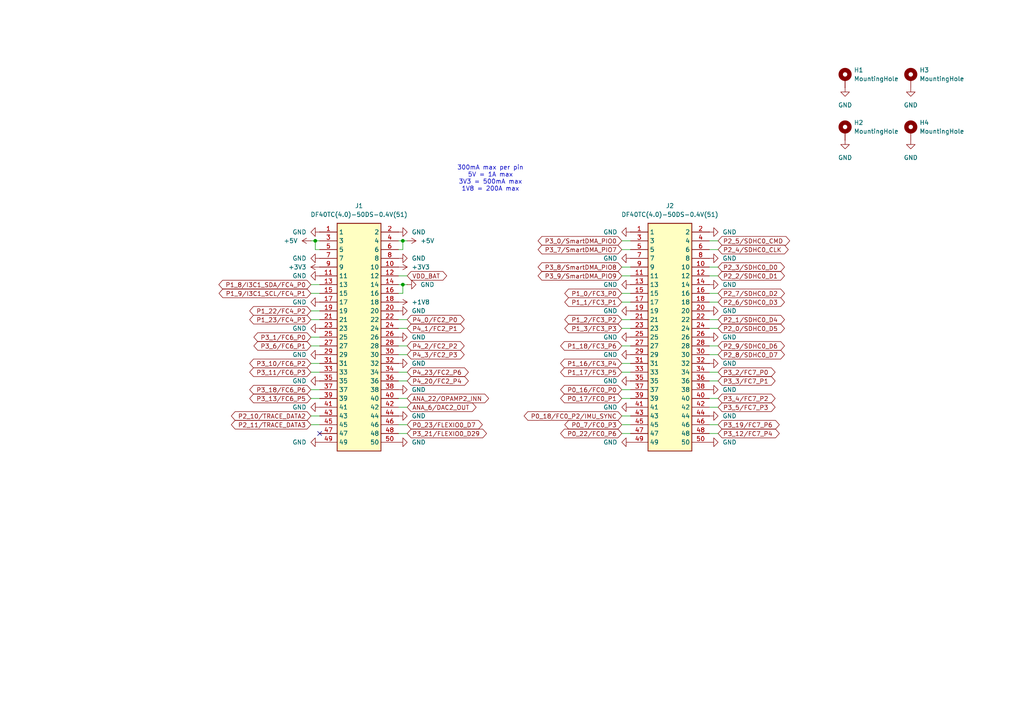
<source format=kicad_sch>
(kicad_sch (version 20231120) (generator "eeschema") (generator_version "8.0")
  (paper "A4")
  (title_block (title "MR-MCXN-T1 Optical Flow") (date "2025-04-16") (rev "X0") (company "NXP SEMICONDUCTORS B.V.") (comment 1 "CLASSIFICATION: INTERNAL USE ONLY") (comment 3 "DESIGNER: YOURI TILS") (comment 4 "CTO SYSTEM INNOVATIONS / MOBILE ROBOTICS DOMAIN"))
  (lib_symbols
    (symbol "Connectors:DF40TC(4.0)-50DS-0.4V(51)"
      (property "Reference" "J" (at 1.016 7.874 0))
      (property "Value" "DF40TC(4.0)-50DS-0.4V(51)" (at 1.016 5.334 0))
      (symbol "DF40TC(4.0)-50DS-0.4V(51)_1_1"
        (rectangle (start 5.08 2.54) (end 17.78 -63.5) (stroke (width 0.254)) (fill (type background)))
        (pin passive line (at 0 0 0) (length 5.08) (name "1") (number "1"))
        (pin passive line (at 22.86 -10.16 180) (length 5.08) (name "10") (number "10"))
        (pin passive line (at 0 -12.7 0) (length 5.08) (name "11") (number "11"))
        (pin passive line (at 22.86 -12.7 180) (length 5.08) (name "12") (number "12"))
        (pin passive line (at 0 -15.24 0) (length 5.08) (name "13") (number "13"))
        (pin passive line (at 22.86 -15.24 180) (length 5.08) (name "14") (number "14"))
        (pin passive line (at 0 -17.78 0) (length 5.08) (name "15") (number "15"))
        (pin passive line (at 22.86 -17.78 180) (length 5.08) (name "16") (number "16"))
        (pin passive line (at 0 -20.32 0) (length 5.08) (name "17") (number "17"))
        (pin passive line (at 22.86 -20.32 180) (length 5.08) (name "18") (number "18"))
        (pin passive line (at 0 -22.86 0) (length 5.08) (name "19") (number "19"))
        (pin passive line (at 22.86 0 180) (length 5.08) (name "2") (number "2"))
        (pin passive line (at 22.86 -22.86 180) (length 5.08) (name "20") (number "20"))
        (pin passive line (at 0 -25.4 0) (length 5.08) (name "21") (number "21"))
        (pin passive line (at 22.86 -25.4 180) (length 5.08) (name "22") (number "22"))
        (pin passive line (at 0 -27.94 0) (length 5.08) (name "23") (number "23"))
        (pin passive line (at 22.86 -27.94 180) (length 5.08) (name "24") (number "24"))
        (pin passive line (at 0 -30.48 0) (length 5.08) (name "25") (number "25"))
        (pin passive line (at 22.86 -30.48 180) (length 5.08) (name "26") (number "26"))
        (pin passive line (at 0 -33.02 0) (length 5.08) (name "27") (number "27"))
        (pin passive line (at 22.86 -33.02 180) (length 5.08) (name "28") (number "28"))
        (pin passive line (at 0 -35.56 0) (length 5.08) (name "29") (number "29"))
        (pin passive line (at 0 -2.54 0) (length 5.08) (name "3") (number "3"))
        (pin passive line (at 22.86 -35.56 180) (length 5.08) (name "30") (number "30"))
        (pin passive line (at 0 -38.1 0) (length 5.08) (name "31") (number "31"))
        (pin passive line (at 22.86 -38.1 180) (length 5.08) (name "32") (number "32"))
        (pin passive line (at 0 -40.64 0) (length 5.08) (name "33") (number "33"))
        (pin passive line (at 22.86 -40.64 180) (length 5.08) (name "34") (number "34"))
        (pin passive line (at 0 -43.18 0) (length 5.08) (name "35") (number "35"))
        (pin passive line (at 22.86 -43.18 180) (length 5.08) (name "36") (number "36"))
        (pin passive line (at 0 -45.72 0) (length 5.08) (name "37") (number "37"))
        (pin passive line (at 22.86 -45.72 180) (length 5.08) (name "38") (number "38"))
        (pin passive line (at 0 -48.26 0) (length 5.08) (name "39") (number "39"))
        (pin passive line (at 22.86 -2.54 180) (length 5.08) (name "4") (number "4"))
        (pin passive line (at 22.86 -48.26 180) (length 5.08) (name "40") (number "40"))
        (pin passive line (at 0 -50.8 0) (length 5.08) (name "41") (number "41"))
        (pin passive line (at 22.86 -50.8 180) (length 5.08) (name "42") (number "42"))
        (pin passive line (at 0 -53.34 0) (length 5.08) (name "43") (number "43"))
        (pin passive line (at 22.86 -53.34 180) (length 5.08) (name "44") (number "44"))
        (pin passive line (at 0 -55.88 0) (length 5.08) (name "45") (number "45"))
        (pin passive line (at 22.86 -55.88 180) (length 5.08) (name "46") (number "46"))
        (pin passive line (at 0 -58.42 0) (length 5.08) (name "47") (number "47"))
        (pin passive line (at 22.86 -58.42 180) (length 5.08) (name "48") (number "48"))
        (pin passive line (at 0 -60.96 0) (length 5.08) (name "49") (number "49"))
        (pin passive line (at 0 -5.08 0) (length 5.08) (name "5") (number "5"))
        (pin passive line (at 22.86 -60.96 180) (length 5.08) (name "50") (number "50"))
        (pin passive line (at 22.86 -5.08 180) (length 5.08) (name "6") (number "6"))
        (pin passive line (at 0 -7.62 0) (length 5.08) (name "7") (number "7"))
        (pin passive line (at 22.86 -7.62 180) (length 5.08) (name "8") (number "8"))
        (pin passive line (at 0 -10.16 0) (length 5.08) (name "9") (number "9"))
      )
    )
    (symbol "Mechanical:MountingHole_Pad" (pin_numbers hide) (pin_names (offset 1.016) hide) (exclude_from_sim yes) (in_bom no)
      (property "Reference" "H" (at 0 6.35 0))
      (property "Value" "MountingHole_Pad" (at 0 4.445 0))
      (symbol "MountingHole_Pad_0_1"
        (circle (center 0 1.27) (radius 1.27) (stroke (width 1.27)))
      )
      (symbol "MountingHole_Pad_1_1"
        (pin input line (at 0 -2.54 90) (length 2.54) (name "1") (number "1"))
      )
    )
    (symbol "power:+1V8" (power) (pin_numbers hide) (pin_names (offset 0) hide)
      (property "Value" "+1V8" (at 0 3.556 0))
      (symbol "+1V8_0_1"
        (polyline (pts (xy -0.762 1.27) (xy 0 2.54)))
        (polyline (pts (xy 0 0) (xy 0 2.54)))
        (polyline (pts (xy 0 2.54) (xy 0.762 1.27)))
      )
      (symbol "+1V8_1_1"
        (pin power_in line (at 0 0 90) (length 0) (name "~") (number "1"))
      )
    )
    (symbol "power:+3V3" (power) (pin_numbers hide) (pin_names (offset 0) hide)
      (property "Value" "+3V3" (at 0 3.556 0))
      (symbol "+3V3_0_1"
        (polyline (pts (xy -0.762 1.27) (xy 0 2.54)))
        (polyline (pts (xy 0 0) (xy 0 2.54)))
        (polyline (pts (xy 0 2.54) (xy 0.762 1.27)))
      )
      (symbol "+3V3_1_1"
        (pin power_in line (at 0 0 90) (length 0) (name "~") (number "1"))
      )
    )
    (symbol "power:+5V" (power) (pin_numbers hide) (pin_names (offset 0) hide)
      (property "Value" "+5V" (at 0 3.556 0))
      (symbol "+5V_0_1"
        (polyline (pts (xy -0.762 1.27) (xy 0 2.54)))
        (polyline (pts (xy 0 0) (xy 0 2.54)))
        (polyline (pts (xy 0 2.54) (xy 0.762 1.27)))
      )
      (symbol "+5V_1_1"
        (pin power_in line (at 0 0 90) (length 0) (name "~") (number "1"))
      )
    )
    (symbol "power:GND" (power) (pin_numbers hide) (pin_names (offset 0) hide)
      (property "Value" "GND" (at 0 -3.81 0))
      (symbol "GND_0_1"
        (polyline (pts (xy 0 0) (xy 0 -1.27) (xy 1.27 -1.27) (xy 0 -2.54) (xy -1.27 -1.27) (xy 0 -1.27)))
      )
      (symbol "GND_1_1"
        (pin power_in line (at 0 0 270) (length 0) (name "~") (number "1"))
      )
    )
  )
  (junction (at 116.84 82.55))
  (junction (at 116.84 69.85))
  (junction (at 91.44 69.85))
  (no_connect (at 92.71 125.73))
  (wire (pts (xy 182.88 115.57) (xy 180.34 115.57)))
  (wire (pts (xy 118.11 80.01) (xy 115.57 80.01)))
  (wire (pts (xy 208.28 92.71) (xy 205.74 92.71)))
  (wire (pts (xy 182.88 113.03) (xy 180.34 113.03)))
  (wire (pts (xy 91.44 69.85) (xy 90.17 69.85)))
  (wire (pts (xy 116.84 82.55) (xy 115.57 82.55)))
  (wire (pts (xy 92.71 97.79) (xy 90.17 97.79)))
  (wire (pts (xy 92.71 123.19) (xy 90.17 123.19)))
  (wire (pts (xy 208.28 110.49) (xy 205.74 110.49)))
  (wire (pts (xy 118.11 100.33) (xy 115.57 100.33)))
  (wire (pts (xy 182.88 85.09) (xy 180.34 85.09)))
  (wire (pts (xy 208.28 87.63) (xy 205.74 87.63)))
  (wire (pts (xy 118.11 107.95) (xy 115.57 107.95)))
  (wire (pts (xy 182.88 120.65) (xy 180.34 120.65)))
  (wire (pts (xy 208.28 72.39) (xy 205.74 72.39)))
  (wire (pts (xy 208.28 69.85) (xy 205.74 69.85)))
  (wire (pts (xy 92.71 100.33) (xy 90.17 100.33)))
  (wire (pts (xy 92.71 90.17) (xy 90.17 90.17)))
  (wire (pts (xy 182.88 69.85) (xy 180.34 69.85)))
  (wire (pts (xy 208.28 102.87) (xy 205.74 102.87)))
  (wire (pts (xy 118.11 123.19) (xy 115.57 123.19)))
  (wire (pts (xy 182.88 123.19) (xy 180.34 123.19)))
  (wire (pts (xy 116.84 85.09) (xy 115.57 85.09)))
  (wire (pts (xy 92.71 107.95) (xy 90.17 107.95)))
  (wire (pts (xy 92.71 115.57) (xy 90.17 115.57)))
  (wire (pts (xy 118.11 82.55) (xy 116.84 82.55)))
  (wire (pts (xy 92.71 120.65) (xy 90.17 120.65)))
  (wire (pts (xy 182.88 100.33) (xy 180.34 100.33)))
  (wire (pts (xy 182.88 125.73) (xy 180.34 125.73)))
  (wire (pts (xy 92.71 105.41) (xy 90.17 105.41)))
  (wire (pts (xy 116.84 69.85) (xy 115.57 69.85)))
  (wire (pts (xy 92.71 72.39) (xy 91.44 72.39)))
  (wire (pts (xy 182.88 72.39) (xy 180.34 72.39)))
  (wire (pts (xy 92.71 85.09) (xy 90.17 85.09)))
  (wire (pts (xy 208.28 107.95) (xy 205.74 107.95)))
  (wire (pts (xy 208.28 125.73) (xy 205.74 125.73)))
  (wire (pts (xy 118.11 118.11) (xy 115.57 118.11)))
  (wire (pts (xy 118.11 92.71) (xy 115.57 92.71)))
  (wire (pts (xy 118.11 125.73) (xy 115.57 125.73)))
  (wire (pts (xy 91.44 72.39) (xy 91.44 69.85)))
  (wire (pts (xy 208.28 100.33) (xy 205.74 100.33)))
  (wire (pts (xy 118.11 102.87) (xy 115.57 102.87)))
  (wire (pts (xy 116.84 69.85) (xy 116.84 72.39)))
  (wire (pts (xy 118.11 69.85) (xy 116.84 69.85)))
  (wire (pts (xy 92.71 82.55) (xy 90.17 82.55)))
  (wire (pts (xy 118.11 115.57) (xy 115.57 115.57)))
  (wire (pts (xy 92.71 69.85) (xy 91.44 69.85)))
  (wire (pts (xy 182.88 92.71) (xy 180.34 92.71)))
  (wire (pts (xy 182.88 77.47) (xy 180.34 77.47)))
  (wire (pts (xy 116.84 82.55) (xy 116.84 85.09)))
  (wire (pts (xy 208.28 80.01) (xy 205.74 80.01)))
  (wire (pts (xy 92.71 92.71) (xy 90.17 92.71)))
  (wire (pts (xy 118.11 110.49) (xy 115.57 110.49)))
  (wire (pts (xy 208.28 118.11) (xy 205.74 118.11)))
  (wire (pts (xy 182.88 95.25) (xy 180.34 95.25)))
  (wire (pts (xy 182.88 80.01) (xy 180.34 80.01)))
  (wire (pts (xy 182.88 107.95) (xy 180.34 107.95)))
  (wire (pts (xy 208.28 77.47) (xy 205.74 77.47)))
  (wire (pts (xy 118.11 95.25) (xy 115.57 95.25)))
  (wire (pts (xy 208.28 85.09) (xy 205.74 85.09)))
  (wire (pts (xy 182.88 87.63) (xy 180.34 87.63)))
  (wire (pts (xy 92.71 113.03) (xy 90.17 113.03)))
  (wire (pts (xy 116.84 72.39) (xy 115.57 72.39)))
  (wire (pts (xy 208.28 95.25) (xy 205.74 95.25)))
  (wire (pts (xy 208.28 123.19) (xy 205.74 123.19)))
  (wire (pts (xy 182.88 105.41) (xy 180.34 105.41)))
  (wire (pts (xy 208.28 115.57) (xy 205.74 115.57)))
  (text "300mA max per pin\n5V = 1A max\n3V3 = 500mA max\n1V8 = 200A max" (at 142.24 51.816 0) (effects (font (size 1.27 1.27))))
  (global_label "P3_10{slash}FC6_P2" (shape bidirectional) (at 90.17 105.41 180) (property "Intersheetrefs" "${INTERSHEET_REFS}" (effects (hide yes))))
  (global_label "ANA_6{slash}DAC2_OUT" (shape bidirectional) (at 118.11 118.11 0) (property "Intersheetrefs" "${INTERSHEET_REFS}" (effects (hide yes))))
  (global_label "P3_8{slash}SmartDMA_PIO8" (shape bidirectional) (at 180.34 77.47 180) (property "Intersheetrefs" "${INTERSHEET_REFS}" (effects (hide yes))))
  (global_label "P2_5{slash}SDHC0_CMD" (shape bidirectional) (at 208.28 69.85 0) (property "Intersheetrefs" "${INTERSHEET_REFS}" (effects (hide yes))))
  (global_label "P3_2{slash}FC7_P0" (shape bidirectional) (at 208.28 107.95 0) (property "Intersheetrefs" "${INTERSHEET_REFS}" (effects (hide yes))))
  (global_label "P1_3{slash}FC3_P3" (shape bidirectional) (at 180.34 95.25 180) (property "Intersheetrefs" "${INTERSHEET_REFS}" (effects (hide yes))))
  (global_label "P3_6{slash}FC6_P1" (shape bidirectional) (at 90.17 100.33 180) (property "Intersheetrefs" "${INTERSHEET_REFS}" (effects (hide yes))))
  (global_label "P3_9{slash}SmartDMA_PIO9" (shape bidirectional) (at 180.34 80.01 180) (property "Intersheetrefs" "${INTERSHEET_REFS}" (effects (hide yes))))
  (global_label "P2_2{slash}SDHC0_D1" (shape bidirectional) (at 208.28 80.01 0) (property "Intersheetrefs" "${INTERSHEET_REFS}" (effects (hide yes))))
  (global_label "P4_23{slash}FC2_P6" (shape bidirectional) (at 118.11 107.95 0) (property "Intersheetrefs" "${INTERSHEET_REFS}" (effects (hide yes))))
  (global_label "ANA_22{slash}OPAMP2_INN" (shape bidirectional) (at 118.11 115.57 0) (property "Intersheetrefs" "${INTERSHEET_REFS}" (effects (hide yes))))
  (global_label "P3_0{slash}SmartDMA_PIO0" (shape bidirectional) (at 180.34 69.85 180) (property "Intersheetrefs" "${INTERSHEET_REFS}" (effects (hide yes))))
  (global_label "P3_1{slash}FC6_P0" (shape bidirectional) (at 90.17 97.79 180) (property "Intersheetrefs" "${INTERSHEET_REFS}" (effects (hide yes))))
  (global_label "P3_13{slash}FC6_P5" (shape bidirectional) (at 90.17 115.57 180) (property "Intersheetrefs" "${INTERSHEET_REFS}" (effects (hide yes))))
  (global_label "P3_12{slash}FC7_P4" (shape bidirectional) (at 208.28 125.73 0) (property "Intersheetrefs" "${INTERSHEET_REFS}" (effects (hide yes))))
  (global_label "P1_9{slash}I3C1_SCL{slash}FC4_P1" (shape bidirectional) (at 90.17 85.09 180) (property "Intersheetrefs" "${INTERSHEET_REFS}" (effects (hide yes))))
  (global_label "P0_23{slash}FLEXIO0_D7" (shape bidirectional) (at 118.11 123.19 0) (property "Intersheetrefs" "${INTERSHEET_REFS}" (effects (hide yes))))
  (global_label "P4_2{slash}FC2_P2" (shape bidirectional) (at 118.11 100.33 0) (property "Intersheetrefs" "${INTERSHEET_REFS}" (effects (hide yes))))
  (global_label "P4_3{slash}FC2_P3" (shape bidirectional) (at 118.11 102.87 0) (property "Intersheetrefs" "${INTERSHEET_REFS}" (effects (hide yes))))
  (global_label "P1_1{slash}FC3_P1" (shape bidirectional) (at 180.34 87.63 180) (property "Intersheetrefs" "${INTERSHEET_REFS}" (effects (hide yes))))
  (global_label "P2_7{slash}SDHC0_D2" (shape bidirectional) (at 208.28 85.09 0) (property "Intersheetrefs" "${INTERSHEET_REFS}" (effects (hide yes))))
  (global_label "P1_2{slash}FC3_P2" (shape bidirectional) (at 180.34 92.71 180) (property "Intersheetrefs" "${INTERSHEET_REFS}" (effects (hide yes))))
  (global_label "VDD_BAT" (shape bidirectional) (at 118.11 80.01 0) (property "Intersheetrefs" "${INTERSHEET_REFS}" (effects (hide yes))))
  (global_label "P4_0{slash}FC2_P0" (shape bidirectional) (at 118.11 92.71 0) (property "Intersheetrefs" "${INTERSHEET_REFS}" (effects (hide yes))))
  (global_label "P2_9{slash}SDHC0_D6" (shape bidirectional) (at 208.28 100.33 0) (property "Intersheetrefs" "${INTERSHEET_REFS}" (effects (hide yes))))
  (global_label "P2_6{slash}SDHC0_D3" (shape bidirectional) (at 208.28 87.63 0) (property "Intersheetrefs" "${INTERSHEET_REFS}" (effects (hide yes))))
  (global_label "P4_1{slash}FC2_P1" (shape bidirectional) (at 118.11 95.25 0) (property "Intersheetrefs" "${INTERSHEET_REFS}" (effects (hide yes))))
  (global_label "P3_3{slash}FC7_P1" (shape bidirectional) (at 208.28 110.49 0) (property "Intersheetrefs" "${INTERSHEET_REFS}" (effects (hide yes))))
  (global_label "P1_22{slash}FC4_P2" (shape bidirectional) (at 90.17 90.17 180) (property "Intersheetrefs" "${INTERSHEET_REFS}" (effects (hide yes))))
  (global_label "P3_5{slash}FC7_P3" (shape bidirectional) (at 208.28 118.11 0) (property "Intersheetrefs" "${INTERSHEET_REFS}" (effects (hide yes))))
  (global_label "P2_1{slash}SDHC0_D4" (shape bidirectional) (at 208.28 92.71 0) (property "Intersheetrefs" "${INTERSHEET_REFS}" (effects (hide yes))))
  (global_label "P0_17{slash}FC0_P1" (shape bidirectional) (at 180.34 115.57 180) (property "Intersheetrefs" "${INTERSHEET_REFS}" (effects (hide yes))))
  (global_label "P0_16{slash}FC0_P0" (shape bidirectional) (at 180.34 113.03 180) (property "Intersheetrefs" "${INTERSHEET_REFS}" (effects (hide yes))))
  (global_label "P2_3{slash}SDHC0_D0" (shape bidirectional) (at 208.28 77.47 0) (property "Intersheetrefs" "${INTERSHEET_REFS}" (effects (hide yes))))
  (global_label "P2_11{slash}TRACE_DATA3" (shape bidirectional) (at 90.17 123.19 180) (property "Intersheetrefs" "${INTERSHEET_REFS}" (effects (hide yes))))
  (global_label "P0_7{slash}FC0_P3" (shape bidirectional) (at 180.34 123.19 180) (property "Intersheetrefs" "${INTERSHEET_REFS}" (effects (hide yes))))
  (global_label "P3_21{slash}FLEXIO0_D29" (shape bidirectional) (at 118.11 125.73 0) (property "Intersheetrefs" "${INTERSHEET_REFS}" (effects (hide yes))))
  (global_label "P1_23{slash}FC4_P3" (shape bidirectional) (at 90.17 92.71 180) (property "Intersheetrefs" "${INTERSHEET_REFS}" (effects (hide yes))))
  (global_label "P1_0{slash}FC3_P0" (shape bidirectional) (at 180.34 85.09 180) (property "Intersheetrefs" "${INTERSHEET_REFS}" (effects (hide yes))))
  (global_label "P3_18{slash}FC6_P6" (shape bidirectional) (at 90.17 113.03 180) (property "Intersheetrefs" "${INTERSHEET_REFS}" (effects (hide yes))))
  (global_label "P3_7{slash}SmartDMA_PIO7" (shape bidirectional) (at 180.34 72.39 180) (property "Intersheetrefs" "${INTERSHEET_REFS}" (effects (hide yes))))
  (global_label "P3_11{slash}FC6_P3" (shape bidirectional) (at 90.17 107.95 180) (property "Intersheetrefs" "${INTERSHEET_REFS}" (effects (hide yes))))
  (global_label "P3_19{slash}FC7_P6" (shape bidirectional) (at 208.28 123.19 0) (property "Intersheetrefs" "${INTERSHEET_REFS}" (effects (hide yes))))
  (global_label "P0_18{slash}FC0_P2{slash}IMU_SYNC" (shape bidirectional) (at 180.34 120.65 180) (property "Intersheetrefs" "${INTERSHEET_REFS}" (effects (hide yes))))
  (global_label "P1_8{slash}I3C1_SDA{slash}FC4_P0" (shape bidirectional) (at 90.17 82.55 180) (property "Intersheetrefs" "${INTERSHEET_REFS}" (effects (hide yes))))
  (global_label "P0_22{slash}FC0_P6" (shape bidirectional) (at 180.34 125.73 180) (property "Intersheetrefs" "${INTERSHEET_REFS}" (effects (hide yes))))
  (global_label "P3_4{slash}FC7_P2" (shape bidirectional) (at 208.28 115.57 0) (property "Intersheetrefs" "${INTERSHEET_REFS}" (effects (hide yes))))
  (global_label "P2_10{slash}TRACE_DATA2" (shape bidirectional) (at 90.17 120.65 180) (property "Intersheetrefs" "${INTERSHEET_REFS}" (effects (hide yes))))
  (global_label "P1_17{slash}FC3_P5" (shape bidirectional) (at 180.34 107.95 180) (property "Intersheetrefs" "${INTERSHEET_REFS}" (effects (hide yes))))
  (global_label "P1_18{slash}FC3_P6" (shape bidirectional) (at 180.34 100.33 180) (property "Intersheetrefs" "${INTERSHEET_REFS}" (effects (hide yes))))
  (global_label "P2_8{slash}SDHC0_D7" (shape bidirectional) (at 208.28 102.87 0) (property "Intersheetrefs" "${INTERSHEET_REFS}" (effects (hide yes))))
  (global_label "P2_0{slash}SDHC0_D5" (shape bidirectional) (at 208.28 95.25 0) (property "Intersheetrefs" "${INTERSHEET_REFS}" (effects (hide yes))))
  (global_label "P4_20{slash}FC2_P4" (shape bidirectional) (at 118.11 110.49 0) (property "Intersheetrefs" "${INTERSHEET_REFS}" (effects (hide yes))))
  (global_label "P1_16{slash}FC3_P4" (shape bidirectional) (at 180.34 105.41 180) (property "Intersheetrefs" "${INTERSHEET_REFS}" (effects (hide yes))))
  (global_label "P2_4{slash}SDHC0_CLK" (shape bidirectional) (at 208.28 72.39 0) (property "Intersheetrefs" "${INTERSHEET_REFS}" (effects (hide yes))))
  (symbol (lib_id "power:GND") (at 115.57 128.27 90) (mirror x) (unit 1)
    (property "Reference" "#PWR4" (effects (hide yes)))
    (property "Value" "GND" (at 119.38 128.2699 90) (effects (justify right)))
    (property "Description" "Power symbol creates a global label with name \"GND\" , ground" (effects (hide yes)))
  )
  (symbol (lib_id "power:GND") (at 205.74 67.31 90) (mirror x) (unit 1)
    (property "Reference" "#PWR24" (effects (hide yes)))
    (property "Value" "GND" (at 209.55 67.3099 90) (effects (justify right)))
    (property "Description" "Power symbol creates a global label with name \"GND\" , ground" (effects (hide yes)))
  )
  (symbol (lib_id "power:GND") (at 115.57 120.65 90) (mirror x) (unit 1)
    (property "Reference" "#PWR12" (effects (hide yes)))
    (property "Value" "GND" (at 119.38 120.6499 90) (effects (justify right)))
    (property "Description" "Power symbol creates a global label with name \"GND\" , ground" (effects (hide yes)))
  )
  (symbol (lib_id "power:+1V8") (at 115.57 87.63 270) (mirror x) (unit 1)
    (property "Reference" "#PWR7" (effects (hide yes)))
    (property "Value" "+1V8" (at 119.38 87.6299 90) (effects (justify left)))
    (property "Description" "Power symbol creates a global label with name \"+1V8\"" (effects (hide yes)))
  )
  (symbol (lib_id "Mechanical:MountingHole_Pad") (at 264.16 22.86 0) (unit 1) (exclude_from_sim yes) (in_bom no)
    (property "Reference" "H3" (at 266.7 20.3199 0) (effects (justify left)))
    (property "Value" "MountingHole" (at 266.7 22.8599 0) (effects (justify left)))
    (property "Footprint" "MountingHole:MountingHole_3.2mm_M3_DIN965_Pad" (effects (hide yes)))
    (property "Description" "Mounting Hole with connection" (effects (hide yes)))
  )
  (symbol (lib_id "power:GND") (at 92.71 102.87 270) (mirror x) (unit 1)
    (property "Reference" "#PWR18" (effects (hide yes)))
    (property "Value" "GND" (at 88.9 102.8699 90) (effects (justify right)))
    (property "Description" "Power symbol creates a global label with name \"GND\" , ground" (effects (hide yes)))
  )
  (symbol (lib_id "power:GND") (at 182.88 67.31 270) (mirror x) (unit 1)
    (property "Reference" "#PWR40" (effects (hide yes)))
    (property "Value" "GND" (at 179.07 67.3099 90) (effects (justify right)))
    (property "Description" "Power symbol creates a global label with name \"GND\" , ground" (effects (hide yes)))
  )
  (symbol (lib_id "Mechanical:MountingHole_Pad") (at 245.11 22.86 0) (unit 1) (exclude_from_sim yes) (in_bom no)
    (property "Reference" "H1" (at 247.65 20.3199 0) (effects (justify left)))
    (property "Value" "MountingHole" (at 247.65 22.8599 0) (effects (justify left)))
    (property "Footprint" "MountingHole:MountingHole_3.2mm_M3_DIN965_Pad" (effects (hide yes)))
    (property "Description" "Mounting Hole with connection" (effects (hide yes)))
  )
  (symbol (lib_id "power:GND") (at 118.11 82.55 90) (mirror x) (unit 1)
    (property "Reference" "#PWR3" (effects (hide yes)))
    (property "Value" "GND" (at 121.92 82.5499 90) (effects (justify right)))
    (property "Description" "Power symbol creates a global label with name \"GND\" , ground" (effects (hide yes)))
  )
  (symbol (lib_id "power:GND") (at 92.71 118.11 270) (mirror x) (unit 1)
    (property "Reference" "#PWR20" (effects (hide yes)))
    (property "Value" "GND" (at 88.9 118.1099 90) (effects (justify right)))
    (property "Description" "Power symbol creates a global label with name \"GND\" , ground" (effects (hide yes)))
  )
  (symbol (lib_id "power:GND") (at 264.16 40.64 0) (unit 1)
    (property "Reference" "#PWR45" (effects (hide yes)))
    (property "Value" "GND" (at 264.16 45.72 0))
    (property "Description" "Power symbol creates a global label with name \"GND\" , ground" (effects (hide yes)))
  )
  (symbol (lib_id "power:GND") (at 245.11 40.64 0) (unit 1)
    (property "Reference" "#PWR43" (effects (hide yes)))
    (property "Value" "GND" (at 245.11 45.72 0))
    (property "Description" "Power symbol creates a global label with name \"GND\" , ground" (effects (hide yes)))
  )
  (symbol (lib_id "power:GND") (at 205.74 74.93 90) (mirror x) (unit 1)
    (property "Reference" "#PWR26" (effects (hide yes)))
    (property "Value" "GND" (at 209.55 74.9299 90) (effects (justify right)))
    (property "Description" "Power symbol creates a global label with name \"GND\" , ground" (effects (hide yes)))
  )
  (symbol (lib_id "power:GND") (at 115.57 105.41 90) (mirror x) (unit 1)
    (property "Reference" "#PWR10" (effects (hide yes)))
    (property "Value" "GND" (at 119.38 105.4099 90) (effects (justify right)))
    (property "Description" "Power symbol creates a global label with name \"GND\" , ground" (effects (hide yes)))
  )
  (symbol (lib_id "power:GND") (at 115.57 67.31 90) (mirror x) (unit 1)
    (property "Reference" "#PWR1" (effects (hide yes)))
    (property "Value" "GND" (at 119.38 67.3099 90) (effects (justify right)))
    (property "Description" "Power symbol creates a global label with name \"GND\" , ground" (effects (hide yes)))
  )
  (symbol (lib_id "power:GND") (at 205.74 105.41 90) (mirror x) (unit 1)
    (property "Reference" "#PWR30" (effects (hide yes)))
    (property "Value" "GND" (at 209.55 105.4099 90) (effects (justify right)))
    (property "Description" "Power symbol creates a global label with name \"GND\" , ground" (effects (hide yes)))
  )
  (symbol (lib_id "power:+5V") (at 90.17 69.85 90) (mirror x) (unit 1)
    (property "Reference" "#PWR22" (effects (hide yes)))
    (property "Value" "+5V" (at 86.36 69.8499 90) (effects (justify left)))
    (property "Description" "Power symbol creates a global label with name \"+5V\"" (effects (hide yes)))
  )
  (symbol (lib_id "power:GND") (at 182.88 118.11 270) (mirror x) (unit 1)
    (property "Reference" "#PWR39" (effects (hide yes)))
    (property "Value" "GND" (at 179.07 118.1099 90) (effects (justify right)))
    (property "Description" "Power symbol creates a global label with name \"GND\" , ground" (effects (hide yes)))
  )
  (symbol (lib_id "power:+3V3") (at 115.57 77.47 270) (mirror x) (unit 1)
    (property "Reference" "#PWR6" (effects (hide yes)))
    (property "Value" "+3V3" (at 119.38 77.4699 90) (effects (justify left)))
    (property "Description" "Power symbol creates a global label with name \"+3V3\"" (effects (hide yes)))
  )
  (symbol (lib_id "power:GND") (at 92.71 67.31 270) (mirror x) (unit 1)
    (property "Reference" "#PWR21" (effects (hide yes)))
    (property "Value" "GND" (at 88.9 67.3099 90) (effects (justify right)))
    (property "Description" "Power symbol creates a global label with name \"GND\" , ground" (effects (hide yes)))
  )
  (symbol (lib_id "power:GND") (at 182.88 90.17 270) (mirror x) (unit 1)
    (property "Reference" "#PWR35" (effects (hide yes)))
    (property "Value" "GND" (at 179.07 90.1699 90) (effects (justify right)))
    (property "Description" "Power symbol creates a global label with name \"GND\" , ground" (effects (hide yes)))
  )
  (symbol (lib_id "power:GND") (at 205.74 97.79 90) (mirror x) (unit 1)
    (property "Reference" "#PWR29" (effects (hide yes)))
    (property "Value" "GND" (at 209.55 97.7899 90) (effects (justify right)))
    (property "Description" "Power symbol creates a global label with name \"GND\" , ground" (effects (hide yes)))
  )
  (symbol (lib_id "power:GND") (at 245.11 25.4 0) (unit 1)
    (property "Reference" "#PWR42" (effects (hide yes)))
    (property "Value" "GND" (at 245.11 30.48 0))
    (property "Description" "Power symbol creates a global label with name \"GND\" , ground" (effects (hide yes)))
  )
  (symbol (lib_id "power:GND") (at 115.57 90.17 90) (mirror x) (unit 1)
    (property "Reference" "#PWR8" (effects (hide yes)))
    (property "Value" "GND" (at 119.38 90.1699 90) (effects (justify right)))
    (property "Description" "Power symbol creates a global label with name \"GND\" , ground" (effects (hide yes)))
  )
  (symbol (lib_id "power:GND") (at 115.57 74.93 90) (mirror x) (unit 1)
    (property "Reference" "#PWR5" (effects (hide yes)))
    (property "Value" "GND" (at 119.38 74.9299 90) (effects (justify right)))
    (property "Description" "Power symbol creates a global label with name \"GND\" , ground" (effects (hide yes)))
  )
  (symbol (lib_id "power:+5V") (at 118.11 69.85 270) (mirror x) (unit 1)
    (property "Reference" "#PWR2" (effects (hide yes)))
    (property "Value" "+5V" (at 121.92 69.8499 90) (effects (justify left)))
    (property "Description" "Power symbol creates a global label with name \"+5V\"" (effects (hide yes)))
  )
  (symbol (lib_id "power:GND") (at 182.88 82.55 270) (mirror x) (unit 1)
    (property "Reference" "#PWR34" (effects (hide yes)))
    (property "Value" "GND" (at 179.07 82.5499 90) (effects (justify right)))
    (property "Description" "Power symbol creates a global label with name \"GND\" , ground" (effects (hide yes)))
  )
  (symbol (lib_id "power:GND") (at 182.88 74.93 270) (mirror x) (unit 1)
    (property "Reference" "#PWR33" (effects (hide yes)))
    (property "Value" "GND" (at 179.07 74.9299 90) (effects (justify right)))
    (property "Description" "Power symbol creates a global label with name \"GND\" , ground" (effects (hide yes)))
  )
  (symbol (lib_id "power:GND") (at 92.71 80.01 270) (mirror x) (unit 1)
    (property "Reference" "#PWR15" (effects (hide yes)))
    (property "Value" "GND" (at 88.9 80.0099 90) (effects (justify right)))
    (property "Description" "Power symbol creates a global label with name \"GND\" , ground" (effects (hide yes)))
  )
  (symbol (lib_id "power:GND") (at 182.88 128.27 270) (mirror x) (unit 1)
    (property "Reference" "#PWR41" (effects (hide yes)))
    (property "Value" "GND" (at 179.07 128.2699 90) (effects (justify right)))
    (property "Description" "Power symbol creates a global label with name \"GND\" , ground" (effects (hide yes)))
  )
  (symbol (lib_id "power:GND") (at 115.57 97.79 90) (mirror x) (unit 1)
    (property "Reference" "#PWR9" (effects (hide yes)))
    (property "Value" "GND" (at 119.38 97.7899 90) (effects (justify right)))
    (property "Description" "Power symbol creates a global label with name \"GND\" , ground" (effects (hide yes)))
  )
  (symbol (lib_id "power:GND") (at 182.88 97.79 270) (mirror x) (unit 1)
    (property "Reference" "#PWR36" (effects (hide yes)))
    (property "Value" "GND" (at 179.07 97.7899 90) (effects (justify right)))
    (property "Description" "Power symbol creates a global label with name \"GND\" , ground" (effects (hide yes)))
  )
  (symbol (lib_id "power:GND") (at 205.74 82.55 90) (mirror x) (unit 1)
    (property "Reference" "#PWR27" (effects (hide yes)))
    (property "Value" "GND" (at 209.55 82.5499 90) (effects (justify right)))
    (property "Description" "Power symbol creates a global label with name \"GND\" , ground" (effects (hide yes)))
  )
  (symbol (lib_id "power:GND") (at 92.71 74.93 270) (mirror x) (unit 1)
    (property "Reference" "#PWR13" (effects (hide yes)))
    (property "Value" "GND" (at 88.9 74.9299 90) (effects (justify right)))
    (property "Description" "Power symbol creates a global label with name \"GND\" , ground" (effects (hide yes)))
  )
  (symbol (lib_id "power:GND") (at 92.71 95.25 270) (mirror x) (unit 1)
    (property "Reference" "#PWR17" (effects (hide yes)))
    (property "Value" "GND" (at 88.9 95.2499 90) (effects (justify right)))
    (property "Description" "Power symbol creates a global label with name \"GND\" , ground" (effects (hide yes)))
  )
  (symbol (lib_id "power:GND") (at 92.71 87.63 270) (mirror x) (unit 1)
    (property "Reference" "#PWR16" (effects (hide yes)))
    (property "Value" "GND" (at 88.9 87.6299 90) (effects (justify right)))
    (property "Description" "Power symbol creates a global label with name \"GND\" , ground" (effects (hide yes)))
  )
  (symbol (lib_id "power:GND") (at 264.16 25.4 0) (unit 1)
    (property "Reference" "#PWR44" (effects (hide yes)))
    (property "Value" "GND" (at 264.16 30.48 0))
    (property "Description" "Power symbol creates a global label with name \"GND\" , ground" (effects (hide yes)))
  )
  (symbol (lib_id "power:+3V3") (at 92.71 77.47 90) (mirror x) (unit 1)
    (property "Reference" "#PWR14" (effects (hide yes)))
    (property "Value" "+3V3" (at 88.9 77.4699 90) (effects (justify left)))
    (property "Description" "Power symbol creates a global label with name \"+3V3\"" (effects (hide yes)))
  )
  (symbol (lib_id "power:GND") (at 205.74 90.17 90) (mirror x) (unit 1)
    (property "Reference" "#PWR28" (effects (hide yes)))
    (property "Value" "GND" (at 209.55 90.1699 90) (effects (justify right)))
    (property "Description" "Power symbol creates a global label with name \"GND\" , ground" (effects (hide yes)))
  )
  (symbol (lib_id "power:GND") (at 92.71 110.49 270) (mirror x) (unit 1)
    (property "Reference" "#PWR19" (effects (hide yes)))
    (property "Value" "GND" (at 88.9 110.4899 90) (effects (justify right)))
    (property "Description" "Power symbol creates a global label with name \"GND\" , ground" (effects (hide yes)))
  )
  (symbol (lib_id "Connectors:DF40TC(4.0)-50DS-0.4V(51)") (at 182.88 67.31 0) (unit 1)
    (property "Reference" "J2" (at 194.31 59.69 0))
    (property "Value" "DF40TC(4.0)-50DS-0.4V(51)" (at 194.31 62.23 0))
    (property "Footprint" "Connectors:DF40TC(4.0)-50DS-0.4V(51)" (effects (hide yes)))
    (property "Datasheet" "https://www.hirose.com/en/product/document?clcode=CL0684-4249-0-51&productname=DF40TC-50DS-0.4V(51)&series=DF40T&documenttype=2DDrawing&lang=en&documentid=0001372703" (effects (hide yes)))
    (property "Description" "Board to Board & Mezzanine Connectors" (effects (hide yes)))
  )
  (symbol (lib_id "power:GND") (at 205.74 128.27 90) (mirror x) (unit 1)
    (property "Reference" "#PWR25" (effects (hide yes)))
    (property "Value" "GND" (at 209.55 128.2699 90) (effects (justify right)))
    (property "Description" "Power symbol creates a global label with name \"GND\" , ground" (effects (hide yes)))
  )
  (symbol (lib_id "Mechanical:MountingHole_Pad") (at 245.11 38.1 0) (unit 1) (exclude_from_sim yes) (in_bom no)
    (property "Reference" "H2" (at 247.65 35.5599 0) (effects (justify left)))
    (property "Value" "MountingHole" (at 247.65 38.0999 0) (effects (justify left)))
    (property "Footprint" "MountingHole:MountingHole_3.2mm_M3_DIN965_Pad" (effects (hide yes)))
    (property "Description" "Mounting Hole with connection" (effects (hide yes)))
  )
  (symbol (lib_id "power:GND") (at 182.88 102.87 270) (mirror x) (unit 1)
    (property "Reference" "#PWR37" (effects (hide yes)))
    (property "Value" "GND" (at 179.07 102.8699 90) (effects (justify right)))
    (property "Description" "Power symbol creates a global label with name \"GND\" , ground" (effects (hide yes)))
  )
  (symbol (lib_id "power:GND") (at 92.71 128.27 270) (mirror x) (unit 1)
    (property "Reference" "#PWR23" (effects (hide yes)))
    (property "Value" "GND" (at 88.9 128.2699 90) (effects (justify right)))
    (property "Description" "Power symbol creates a global label with name \"GND\" , ground" (effects (hide yes)))
  )
  (symbol (lib_id "power:GND") (at 115.57 113.03 90) (mirror x) (unit 1)
    (property "Reference" "#PWR11" (effects (hide yes)))
    (property "Value" "GND" (at 119.38 113.0299 90) (effects (justify right)))
    (property "Description" "Power symbol creates a global label with name \"GND\" , ground" (effects (hide yes)))
  )
  (symbol (lib_id "power:GND") (at 182.88 110.49 270) (mirror x) (unit 1)
    (property "Reference" "#PWR38" (effects (hide yes)))
    (property "Value" "GND" (at 179.07 110.4899 90) (effects (justify right)))
    (property "Description" "Power symbol creates a global label with name \"GND\" , ground" (effects (hide yes)))
  )
  (symbol (lib_id "power:GND") (at 205.74 120.65 90) (mirror x) (unit 1)
    (property "Reference" "#PWR32" (effects (hide yes)))
    (property "Value" "GND" (at 209.55 120.6499 90) (effects (justify right)))
    (property "Description" "Power symbol creates a global label with name \"GND\" , ground" (effects (hide yes)))
  )
  (symbol (lib_id "power:GND") (at 205.74 113.03 90) (mirror x) (unit 1)
    (property "Reference" "#PWR31" (effects (hide yes)))
    (property "Value" "GND" (at 209.55 113.0299 90) (effects (justify right)))
    (property "Description" "Power symbol creates a global label with name \"GND\" , ground" (effects (hide yes)))
  )
  (symbol (lib_id "Mechanical:MountingHole_Pad") (at 264.16 38.1 0) (unit 1) (exclude_from_sim yes) (in_bom no)
    (property "Reference" "H4" (at 266.7 35.5599 0) (effects (justify left)))
    (property "Value" "MountingHole" (at 266.7 38.0999 0) (effects (justify left)))
    (property "Footprint" "MountingHole:MountingHole_3.2mm_M3_DIN965_Pad" (effects (hide yes)))
    (property "Description" "Mounting Hole with connection" (effects (hide yes)))
  )
  (symbol (lib_id "Connectors:DF40TC(4.0)-50DS-0.4V(51)") (at 92.71 67.31 0) (unit 1)
    (property "Reference" "J1" (at 104.14 59.69 0))
    (property "Value" "DF40TC(4.0)-50DS-0.4V(51)" (at 104.14 62.23 0))
    (property "Footprint" "Connectors:DF40TC(4.0)-50DS-0.4V(51)" (effects (hide yes)))
    (property "Datasheet" "https://www.hirose.com/en/product/document?clcode=CL0684-4249-0-51&productname=DF40TC-50DS-0.4V(51)&series=DF40T&documenttype=2DDrawing&lang=en&documentid=0001372703" (effects (hide yes)))
    (property "Description" "Board to Board & Mezzanine Connectors" (effects (hide yes)))
  )
)
</source>
